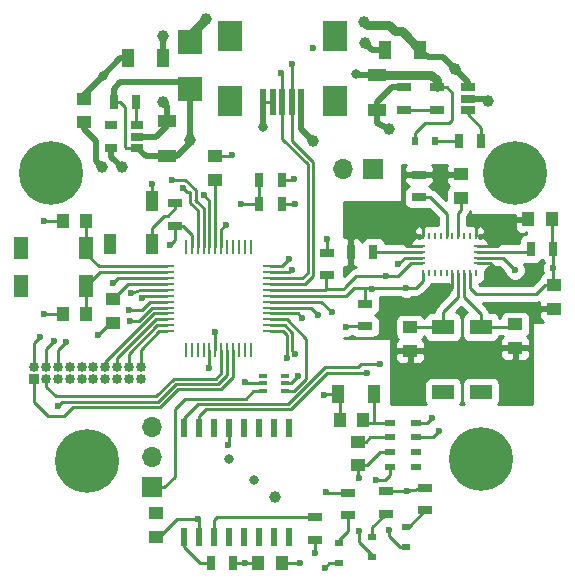
<source format=gtl>
G04 #@! TF.FileFunction,Copper,L1,Top,Signal*
%FSLAX46Y46*%
G04 Gerber Fmt 4.6, Leading zero omitted, Abs format (unit mm)*
G04 Created by KiCad (PCBNEW 4.0.7) date 03/22/19 21:38:20*
%MOMM*%
%LPD*%
G01*
G04 APERTURE LIST*
%ADD10C,0.100000*%
%ADD11R,1.300000X0.700000*%
%ADD12R,1.000000X1.700000*%
%ADD13R,1.000000X1.250000*%
%ADD14R,1.600000X1.000000*%
%ADD15R,1.250000X1.000000*%
%ADD16R,1.000000X1.600000*%
%ADD17R,2.000000X2.000000*%
%ADD18R,0.600000X0.800000*%
%ADD19R,0.800000X0.600000*%
%ADD20R,0.500000X2.300000*%
%ADD21R,2.000000X2.500000*%
%ADD22C,5.400000*%
%ADD23R,1.700000X1.700000*%
%ADD24O,1.700000X1.700000*%
%ADD25R,0.700000X1.300000*%
%ADD26R,1.300000X1.900000*%
%ADD27R,1.060000X0.650000*%
%ADD28R,1.300000X0.250000*%
%ADD29R,0.250000X1.300000*%
%ADD30R,1.220000X0.650000*%
%ADD31R,0.950000X0.550000*%
%ADD32R,0.600000X1.500000*%
%ADD33R,0.250000X0.600000*%
%ADD34R,0.600000X0.250000*%
%ADD35R,1.900000X1.300000*%
%ADD36R,0.850000X0.850000*%
%ADD37O,0.850000X0.850000*%
%ADD38R,0.650000X0.400000*%
%ADD39C,0.800000*%
%ADD40C,0.600000*%
%ADD41C,1.000000*%
%ADD42C,0.250000*%
%ADD43C,0.500000*%
%ADD44C,0.750000*%
%ADD45C,0.254000*%
G04 APERTURE END LIST*
D10*
D11*
X57340000Y-121872000D03*
X57340000Y-119972000D03*
D12*
X34190000Y-99322000D03*
X34190000Y-95722000D03*
X30690000Y-99322000D03*
D13*
X28632000Y-97360000D03*
X26632000Y-97360000D03*
X28632000Y-105234000D03*
X26632000Y-105234000D03*
D14*
X35440000Y-91922000D03*
X35440000Y-88922000D03*
D15*
X30934000Y-103980000D03*
X30934000Y-105980000D03*
D16*
X32140000Y-83622000D03*
X35140000Y-83622000D03*
D15*
X39540000Y-91922000D03*
X39540000Y-93922000D03*
X28440000Y-87022000D03*
X28440000Y-89022000D03*
D14*
X53240000Y-85022000D03*
X53240000Y-88022000D03*
D13*
X52090000Y-114272000D03*
X50090000Y-114272000D03*
D16*
X52990000Y-112072000D03*
X49990000Y-112072000D03*
D15*
X51690000Y-116072000D03*
X51690000Y-118072000D03*
D16*
X56940000Y-82922000D03*
X53940000Y-82922000D03*
D13*
X45202000Y-126332000D03*
X43202000Y-126332000D03*
D15*
X60376000Y-93428000D03*
X60376000Y-95428000D03*
X68250000Y-102826000D03*
X68250000Y-104826000D03*
D13*
X68040000Y-97222000D03*
X66040000Y-97222000D03*
D15*
X56058000Y-106382000D03*
X56058000Y-108382000D03*
X64948000Y-106128000D03*
X64948000Y-108128000D03*
D17*
X37440000Y-86222000D03*
X37440000Y-82222000D03*
D18*
X58190000Y-90622000D03*
X56490000Y-90622000D03*
D19*
X50040000Y-124672000D03*
X50040000Y-126372000D03*
X52840000Y-124172000D03*
X52840000Y-125872000D03*
X55740000Y-123272000D03*
X55740000Y-124972000D03*
D20*
X46840000Y-87322000D03*
X46040000Y-87322000D03*
X45240000Y-87322000D03*
X44440000Y-87322000D03*
X43640000Y-87322000D03*
D21*
X49690000Y-87222000D03*
X49690000Y-81722000D03*
X40790000Y-87222000D03*
X40790000Y-81722000D03*
D22*
X64940000Y-93322000D03*
X62040000Y-117522000D03*
X25640000Y-93322000D03*
X28740000Y-117722000D03*
D23*
X52940000Y-93022000D03*
D24*
X50400000Y-93022000D03*
D25*
X32890000Y-87322000D03*
X30990000Y-87322000D03*
D11*
X36140000Y-95872000D03*
X36140000Y-97772000D03*
D25*
X62090000Y-90622000D03*
X60190000Y-90622000D03*
D11*
X50840000Y-122272000D03*
X50840000Y-120372000D03*
X53990000Y-122166000D03*
X53990000Y-120266000D03*
X49040000Y-100072000D03*
X49040000Y-101972000D03*
X52240000Y-106272000D03*
X52240000Y-104372000D03*
X55550000Y-87968000D03*
X55550000Y-86068000D03*
D25*
X39188000Y-126332000D03*
X41088000Y-126332000D03*
D11*
X48040000Y-122472000D03*
X48040000Y-124372000D03*
D25*
X45188000Y-95906000D03*
X43288000Y-95906000D03*
X43288000Y-93874000D03*
X45188000Y-93874000D03*
X52944000Y-100016000D03*
X51044000Y-100016000D03*
D11*
X56820000Y-93478000D03*
X56820000Y-95378000D03*
D25*
X68184000Y-99762000D03*
X66284000Y-99762000D03*
D26*
X28648000Y-99646000D03*
X23148000Y-99646000D03*
X23148000Y-102846000D03*
X28648000Y-102846000D03*
D27*
X32945000Y-91183000D03*
X32945000Y-90233000D03*
X32945000Y-89283000D03*
X30745000Y-89283000D03*
X30745000Y-91183000D03*
D28*
X35474000Y-101214000D03*
X35474000Y-101714000D03*
X35474000Y-102214000D03*
X35474000Y-102714000D03*
X35474000Y-103214000D03*
X35474000Y-103714000D03*
X35474000Y-104214000D03*
X35474000Y-104714000D03*
X35474000Y-105214000D03*
X35474000Y-105714000D03*
X35474000Y-106214000D03*
X35474000Y-106714000D03*
D29*
X37074000Y-108314000D03*
X37574000Y-108314000D03*
X38074000Y-108314000D03*
X38574000Y-108314000D03*
X39074000Y-108314000D03*
X39574000Y-108314000D03*
X40074000Y-108314000D03*
X40574000Y-108314000D03*
X41074000Y-108314000D03*
X41574000Y-108314000D03*
X42074000Y-108314000D03*
X42574000Y-108314000D03*
D28*
X44174000Y-106714000D03*
X44174000Y-106214000D03*
X44174000Y-105714000D03*
X44174000Y-105214000D03*
X44174000Y-104714000D03*
X44174000Y-104214000D03*
X44174000Y-103714000D03*
X44174000Y-103214000D03*
X44174000Y-102714000D03*
X44174000Y-102214000D03*
X44174000Y-101714000D03*
X44174000Y-101214000D03*
D29*
X42574000Y-99614000D03*
X42074000Y-99614000D03*
X41574000Y-99614000D03*
X41074000Y-99614000D03*
X40574000Y-99614000D03*
X40074000Y-99614000D03*
X39574000Y-99614000D03*
X39074000Y-99614000D03*
X38574000Y-99614000D03*
X38074000Y-99614000D03*
X37574000Y-99614000D03*
X37074000Y-99614000D03*
D30*
X60924000Y-87968000D03*
X60924000Y-87018000D03*
X60924000Y-86068000D03*
X58304000Y-86068000D03*
X58304000Y-87968000D03*
D31*
X54395000Y-118197000D03*
X54395000Y-114447000D03*
X54395000Y-115697000D03*
X54395000Y-116947000D03*
X56545000Y-114447000D03*
X56545000Y-115697000D03*
X56545000Y-116947000D03*
X56545000Y-118197000D03*
D32*
X36895000Y-124172000D03*
X38165000Y-124172000D03*
X39435000Y-124172000D03*
X40705000Y-124172000D03*
X41975000Y-124172000D03*
X43245000Y-124172000D03*
X44515000Y-124172000D03*
X45785000Y-124172000D03*
X45785000Y-114872000D03*
X44515000Y-114872000D03*
X43245000Y-114872000D03*
X41975000Y-114872000D03*
X40705000Y-114872000D03*
X39435000Y-114872000D03*
X38165000Y-114872000D03*
X36895000Y-114872000D03*
D33*
X61646000Y-101794000D03*
X61146000Y-101794000D03*
X60646000Y-101794000D03*
X60146000Y-101794000D03*
X59646000Y-101794000D03*
X59146000Y-101794000D03*
X58646000Y-101794000D03*
X58146000Y-101794000D03*
X57646000Y-101794000D03*
X57146000Y-101794000D03*
X61646000Y-98669000D03*
X61146000Y-98669000D03*
X60646000Y-98669000D03*
X60146000Y-98669000D03*
X59646000Y-98669000D03*
X59146000Y-98669000D03*
X58646000Y-98669000D03*
X58146000Y-98669000D03*
X57646000Y-98669000D03*
X57146000Y-98669000D03*
D34*
X61766000Y-100981500D03*
X61766000Y-100481500D03*
X61766000Y-99981500D03*
X61766000Y-99481500D03*
X57036000Y-100981500D03*
X57036000Y-100481500D03*
X57036000Y-99981500D03*
X57036000Y-99481500D03*
D35*
X58852000Y-106366000D03*
X58852000Y-111866000D03*
X62052000Y-111866000D03*
X62052000Y-106366000D03*
D36*
X24240000Y-110722000D03*
D37*
X24240000Y-109722000D03*
X25240000Y-110722000D03*
X25240000Y-109722000D03*
X26240000Y-110722000D03*
X26240000Y-109722000D03*
X27240000Y-110722000D03*
X27240000Y-109722000D03*
X28240000Y-110722000D03*
X28240000Y-109722000D03*
X29240000Y-110722000D03*
X29240000Y-109722000D03*
X30240000Y-110722000D03*
X30240000Y-109722000D03*
X31240000Y-110722000D03*
X31240000Y-109722000D03*
X32240000Y-110722000D03*
X32240000Y-109722000D03*
X33240000Y-110722000D03*
X33240000Y-109722000D03*
D23*
X34240000Y-119922000D03*
D24*
X34240000Y-117382000D03*
X34240000Y-114842000D03*
D15*
X34540000Y-124122000D03*
X34540000Y-122122000D03*
D38*
X45490000Y-111772000D03*
X45490000Y-110472000D03*
X43590000Y-111122000D03*
X45490000Y-111122000D03*
X43590000Y-110472000D03*
X43590000Y-111772000D03*
D39*
X40740000Y-117522000D03*
X42840000Y-119322000D03*
D40*
X46540000Y-110522000D03*
X29640000Y-107022000D03*
X40640000Y-116322000D03*
X40440000Y-97722000D03*
X46040000Y-101522000D03*
X40940000Y-91822000D03*
X34240000Y-94222000D03*
X48940000Y-120322000D03*
X51740000Y-119122000D03*
X48740000Y-112122000D03*
D39*
X43640000Y-89422000D03*
D40*
X46240000Y-93822000D03*
D41*
X35140000Y-87322000D03*
X29940000Y-92822000D03*
X35140000Y-81722000D03*
D40*
X55768000Y-120266000D03*
D41*
X52240000Y-82322000D03*
X62640000Y-87222000D03*
X54240000Y-89622000D03*
D40*
X39570000Y-106758000D03*
X32440000Y-103522000D03*
X64948000Y-109414000D03*
X56058000Y-109668000D03*
X25092000Y-97360000D03*
X25092000Y-105234000D03*
X59106000Y-103572000D03*
X55042000Y-101032000D03*
X55296000Y-99000000D03*
X57074000Y-97476000D03*
X63932000Y-99000000D03*
X61900000Y-97476000D03*
X63424000Y-102302000D03*
X47840000Y-82722000D03*
D39*
X51440000Y-84922000D03*
D41*
X47840000Y-90622000D03*
X37440000Y-90522000D03*
X44640000Y-120722000D03*
D40*
X42040000Y-111022000D03*
X38140000Y-122622000D03*
X39040000Y-109822000D03*
X48040000Y-125522000D03*
X45840000Y-100622000D03*
X49040000Y-98922000D03*
X68184000Y-101322000D03*
X64940000Y-101522000D03*
X33340000Y-103922000D03*
X38640000Y-95222000D03*
X50640000Y-106322000D03*
D39*
X30040000Y-85122000D03*
D41*
X31640000Y-92822000D03*
D40*
X53140000Y-119322000D03*
X42040000Y-126332000D03*
D41*
X38740000Y-80322000D03*
X52140000Y-80522000D03*
D40*
X46340000Y-95922000D03*
D41*
X59840000Y-84522000D03*
D40*
X46940000Y-105622000D03*
X48840000Y-126722000D03*
X51740000Y-123622000D03*
X48240000Y-105322000D03*
X49440000Y-105122000D03*
X54240000Y-123522000D03*
X46040000Y-84122000D03*
X45140000Y-84822000D03*
X26240000Y-113022000D03*
X45640000Y-109022000D03*
X46340000Y-108622000D03*
X52840000Y-103122000D03*
X52440000Y-110222000D03*
X55740000Y-103022000D03*
X58540000Y-115122000D03*
X53540000Y-109522000D03*
X54040000Y-102022000D03*
X57940000Y-114022000D03*
X26940000Y-107622000D03*
X35740000Y-99422000D03*
X25940000Y-107522000D03*
X36840000Y-94622000D03*
X35940000Y-93922000D03*
X24740000Y-107222000D03*
X41740000Y-95922000D03*
X30940000Y-102622000D03*
X32240000Y-104922000D03*
X32340000Y-105822000D03*
X46742000Y-126332000D03*
D42*
X36140000Y-95872000D02*
X36140000Y-96322000D01*
X34190000Y-97972000D02*
X34190000Y-99322000D01*
X35240000Y-96922000D02*
X34190000Y-97972000D01*
X35540000Y-96922000D02*
X35240000Y-96922000D01*
X36140000Y-96322000D02*
X35540000Y-96922000D01*
X45490000Y-111122000D02*
X45940000Y-111122000D01*
X45940000Y-111122000D02*
X46540000Y-110522000D01*
X30934000Y-105980000D02*
X30682000Y-105980000D01*
X30682000Y-105980000D02*
X29640000Y-107022000D01*
X40705000Y-114872000D02*
X40705000Y-116257000D01*
X40705000Y-116257000D02*
X40640000Y-116322000D01*
X40074000Y-98088000D02*
X40440000Y-97722000D01*
X40074000Y-99614000D02*
X40074000Y-98088000D01*
X45848000Y-101714000D02*
X46040000Y-101522000D01*
X45848000Y-101714000D02*
X44174000Y-101714000D01*
X39540000Y-91922000D02*
X40840000Y-91922000D01*
X40840000Y-91922000D02*
X40940000Y-91822000D01*
X34190000Y-95722000D02*
X34190000Y-94272000D01*
X34190000Y-94272000D02*
X34240000Y-94222000D01*
X50840000Y-120372000D02*
X48990000Y-120372000D01*
X48990000Y-120372000D02*
X48940000Y-120322000D01*
X51690000Y-118072000D02*
X51690000Y-119072000D01*
X51690000Y-119072000D02*
X51740000Y-119122000D01*
X49990000Y-112072000D02*
X48790000Y-112072000D01*
X48790000Y-112072000D02*
X48740000Y-112122000D01*
D43*
X43640000Y-87322000D02*
X43640000Y-89422000D01*
D42*
X43640000Y-87322000D02*
X44440000Y-87322000D01*
X45188000Y-93874000D02*
X46188000Y-93874000D01*
X46188000Y-93874000D02*
X46240000Y-93822000D01*
D43*
X35440000Y-88922000D02*
X35440000Y-87622000D01*
X35440000Y-87622000D02*
X35140000Y-87322000D01*
X28440000Y-89022000D02*
X28440000Y-89622000D01*
X29440000Y-92322000D02*
X29940000Y-92822000D01*
X29440000Y-90622000D02*
X29440000Y-92322000D01*
X28440000Y-89622000D02*
X29440000Y-90622000D01*
X35140000Y-83622000D02*
X35140000Y-81722000D01*
D42*
X53990000Y-120266000D02*
X55768000Y-120266000D01*
X55768000Y-120266000D02*
X57340000Y-119972000D01*
X50090000Y-114272000D02*
X50090000Y-112172000D01*
X50090000Y-112172000D02*
X49990000Y-112072000D01*
X51690000Y-118072000D02*
X52390000Y-118072000D01*
X53515000Y-116947000D02*
X54395000Y-116947000D01*
X52390000Y-118072000D02*
X53515000Y-116947000D01*
D43*
X53240000Y-88022000D02*
X53240000Y-87322000D01*
X54494000Y-86068000D02*
X55550000Y-86068000D01*
X53240000Y-87322000D02*
X54494000Y-86068000D01*
X53940000Y-82922000D02*
X52840000Y-82922000D01*
X52840000Y-82922000D02*
X52240000Y-82322000D01*
X60924000Y-87018000D02*
X62436000Y-87018000D01*
X62436000Y-87018000D02*
X62640000Y-87222000D01*
X53240000Y-89122000D02*
X54240000Y-89622000D01*
X53240000Y-88022000D02*
X53240000Y-89122000D01*
X32945000Y-90233000D02*
X34529000Y-90233000D01*
X34529000Y-90233000D02*
X35440000Y-89322000D01*
X35440000Y-89322000D02*
X35440000Y-88922000D01*
D42*
X39574000Y-108314000D02*
X39574000Y-106762000D01*
X39574000Y-106762000D02*
X39570000Y-106758000D01*
X33474000Y-103214000D02*
X33208000Y-103214000D01*
X33208000Y-103214000D02*
X32440000Y-103522000D01*
X35474000Y-103214000D02*
X33474000Y-103214000D01*
X33474000Y-103214000D02*
X33462000Y-103214000D01*
X64948000Y-108128000D02*
X64948000Y-109414000D01*
X56058000Y-108382000D02*
X56058000Y-109668000D01*
X30934000Y-105980000D02*
X30696000Y-105980000D01*
X26632000Y-97360000D02*
X25092000Y-97360000D01*
X26632000Y-105234000D02*
X25092000Y-105234000D01*
X59646000Y-101794000D02*
X59646000Y-103032000D01*
X59646000Y-103032000D02*
X59106000Y-103572000D01*
X57036000Y-100481500D02*
X55592500Y-100481500D01*
X55592500Y-100481500D02*
X55042000Y-101032000D01*
X57036000Y-99481500D02*
X55777500Y-99481500D01*
X55777500Y-99481500D02*
X55296000Y-99000000D01*
X57146000Y-98669000D02*
X57146000Y-97548000D01*
X57146000Y-97548000D02*
X57074000Y-97476000D01*
X61766000Y-99481500D02*
X63450500Y-99481500D01*
X63450500Y-99481500D02*
X63932000Y-99000000D01*
X61646000Y-98669000D02*
X61646000Y-97730000D01*
X61646000Y-97730000D02*
X61900000Y-97476000D01*
X61766000Y-100981500D02*
X62865500Y-100981500D01*
X63424000Y-101540000D02*
X63424000Y-102302000D01*
X62865500Y-100981500D02*
X63424000Y-101540000D01*
D43*
X53264000Y-88022000D02*
X53240000Y-88022000D01*
D42*
X35474000Y-101214000D02*
X29708000Y-101214000D01*
X29708000Y-101214000D02*
X28648000Y-100154000D01*
X28648000Y-100154000D02*
X28648000Y-99646000D01*
X28632000Y-97360000D02*
X28632000Y-99630000D01*
X28632000Y-99630000D02*
X28648000Y-99646000D01*
X35474000Y-101714000D02*
X29780000Y-101714000D01*
X29780000Y-101714000D02*
X28648000Y-102846000D01*
X28632000Y-105234000D02*
X28632000Y-102862000D01*
X28632000Y-102862000D02*
X28648000Y-102846000D01*
D43*
X53240000Y-85022000D02*
X51540000Y-85022000D01*
X51540000Y-85022000D02*
X51440000Y-84922000D01*
D42*
X56490000Y-90622000D02*
X56490000Y-89972000D01*
X59186000Y-86068000D02*
X58304000Y-86068000D01*
X59640000Y-86522000D02*
X59186000Y-86068000D01*
X59640000Y-88822000D02*
X59640000Y-86522000D01*
X59340000Y-89122000D02*
X59640000Y-88822000D01*
X57340000Y-89122000D02*
X59340000Y-89122000D01*
X56490000Y-89972000D02*
X57340000Y-89122000D01*
D43*
X46840000Y-87322000D02*
X46840000Y-89622000D01*
X46840000Y-89622000D02*
X47840000Y-90622000D01*
X30990000Y-87322000D02*
X30990000Y-86172000D01*
X31540000Y-85622000D02*
X36840000Y-85622000D01*
X30990000Y-86172000D02*
X31540000Y-85622000D01*
X36840000Y-85622000D02*
X37440000Y-86222000D01*
X35440000Y-91922000D02*
X36340000Y-91922000D01*
X37440000Y-90822000D02*
X37440000Y-90522000D01*
X37440000Y-90522000D02*
X37440000Y-86222000D01*
X36340000Y-91922000D02*
X37440000Y-90822000D01*
X35440000Y-91922000D02*
X33684000Y-91922000D01*
X33684000Y-91922000D02*
X32945000Y-91183000D01*
D42*
X32945000Y-91183000D02*
X32001000Y-91183000D01*
X31540000Y-87322000D02*
X30990000Y-87322000D01*
X31940000Y-87722000D02*
X31540000Y-87322000D01*
X31940000Y-91122000D02*
X31940000Y-87722000D01*
X32001000Y-91183000D02*
X31940000Y-91122000D01*
D44*
X53240000Y-85022000D02*
X57860000Y-85010000D01*
X58304000Y-85454000D02*
X58304000Y-86068000D01*
X57860000Y-85010000D02*
X58304000Y-85454000D01*
D42*
X32712000Y-102714000D02*
X32200000Y-102714000D01*
X32200000Y-102714000D02*
X30934000Y-103980000D01*
X32692000Y-102714000D02*
X32712000Y-102714000D01*
X32712000Y-102714000D02*
X35474000Y-102714000D01*
X43590000Y-111122000D02*
X42140000Y-111122000D01*
X42140000Y-111122000D02*
X42040000Y-111022000D01*
X38165000Y-124172000D02*
X38165000Y-122647000D01*
X36340000Y-122622000D02*
X38140000Y-122622000D01*
X36340000Y-122622000D02*
X34840000Y-124122000D01*
X38165000Y-122647000D02*
X38140000Y-122622000D01*
X34540000Y-124122000D02*
X34840000Y-124122000D01*
X39074000Y-109788000D02*
X39040000Y-109822000D01*
X39074000Y-109788000D02*
X39074000Y-108314000D01*
X48040000Y-124372000D02*
X48040000Y-125522000D01*
X45248000Y-101214000D02*
X45840000Y-100622000D01*
X44174000Y-101214000D02*
X45248000Y-101214000D01*
X49040000Y-98922000D02*
X49040000Y-100072000D01*
X61766000Y-100481500D02*
X63899500Y-100481500D01*
X63899500Y-100481500D02*
X64940000Y-101522000D01*
X35474000Y-103714000D02*
X33548000Y-103714000D01*
X33548000Y-103714000D02*
X33340000Y-103922000D01*
X38640000Y-95222000D02*
X39074000Y-95656000D01*
X39074000Y-96332000D02*
X39074000Y-99614000D01*
X39074000Y-96332000D02*
X39074000Y-95656000D01*
X52240000Y-106272000D02*
X50690000Y-106272000D01*
X50690000Y-106272000D02*
X50640000Y-106322000D01*
D43*
X30745000Y-91183000D02*
X30745000Y-91927000D01*
X30745000Y-91927000D02*
X31640000Y-92822000D01*
X28440000Y-87022000D02*
X28440000Y-86722000D01*
X28440000Y-86722000D02*
X30040000Y-85122000D01*
X30040000Y-85122000D02*
X31540000Y-83622000D01*
X31540000Y-83622000D02*
X32140000Y-83622000D01*
D42*
X54395000Y-118197000D02*
X54395000Y-118867000D01*
X53940000Y-119322000D02*
X53140000Y-119322000D01*
X54395000Y-118867000D02*
X53940000Y-119322000D01*
X52990000Y-112072000D02*
X52990000Y-114447000D01*
X54395000Y-114447000D02*
X53090000Y-114447000D01*
X53090000Y-114447000D02*
X52265000Y-114447000D01*
X52265000Y-114447000D02*
X52090000Y-114272000D01*
X68040000Y-97222000D02*
X68040000Y-99618000D01*
X68040000Y-99618000D02*
X68184000Y-99762000D01*
X68184000Y-99762000D02*
X68184000Y-101322000D01*
X68184000Y-101322000D02*
X68184000Y-102760000D01*
X68184000Y-102760000D02*
X68250000Y-102826000D01*
X61146000Y-101794000D02*
X61146000Y-103072000D01*
X67472000Y-102826000D02*
X68250000Y-102826000D01*
X66726000Y-103572000D02*
X67472000Y-102826000D01*
X61646000Y-103572000D02*
X66726000Y-103572000D01*
X61146000Y-103072000D02*
X61646000Y-103572000D01*
X42040000Y-126332000D02*
X41088000Y-126332000D01*
X39574000Y-99614000D02*
X39574000Y-93956000D01*
X39574000Y-93956000D02*
X39540000Y-93922000D01*
X51690000Y-116072000D02*
X52290000Y-116072000D01*
X52290000Y-116072000D02*
X52665000Y-115697000D01*
X52665000Y-115697000D02*
X54395000Y-115697000D01*
D44*
X37440000Y-82222000D02*
X37440000Y-81622000D01*
X37440000Y-81622000D02*
X38740000Y-80322000D01*
X52140000Y-80522000D02*
X52440000Y-80822000D01*
X52440000Y-80822000D02*
X54240000Y-80822000D01*
X54240000Y-80822000D02*
X54740000Y-81322000D01*
X54740000Y-81322000D02*
X55340000Y-81322000D01*
X55340000Y-81322000D02*
X56940000Y-82922000D01*
D42*
X45188000Y-95906000D02*
X46324000Y-95906000D01*
X46324000Y-95906000D02*
X46340000Y-95922000D01*
D43*
X60924000Y-86068000D02*
X60924000Y-85606000D01*
X57540000Y-83522000D02*
X56940000Y-82922000D01*
X58840000Y-83522000D02*
X57540000Y-83522000D01*
X60924000Y-85606000D02*
X59840000Y-84522000D01*
X59840000Y-84522000D02*
X58840000Y-83522000D01*
D42*
X60146000Y-98669000D02*
X60146000Y-96690000D01*
X60376000Y-96460000D02*
X60376000Y-95428000D01*
X60146000Y-96690000D02*
X60376000Y-96460000D01*
X56058000Y-106382000D02*
X58836000Y-106382000D01*
X58836000Y-106382000D02*
X58852000Y-106366000D01*
X60146000Y-101794000D02*
X60146000Y-103802000D01*
X58852000Y-105096000D02*
X58852000Y-106366000D01*
X60146000Y-103802000D02*
X58852000Y-105096000D01*
X62052000Y-106366000D02*
X64710000Y-106366000D01*
X64710000Y-106366000D02*
X64948000Y-106128000D01*
X60646000Y-101794000D02*
X60646000Y-103842000D01*
X62052000Y-105248000D02*
X62052000Y-106366000D01*
X60646000Y-103842000D02*
X62052000Y-105248000D01*
X60190000Y-90622000D02*
X58190000Y-90622000D01*
X50040000Y-124672000D02*
X50040000Y-124422000D01*
X50040000Y-124422000D02*
X50840000Y-123622000D01*
X50840000Y-123622000D02*
X50840000Y-122272000D01*
X50040000Y-126372000D02*
X49190000Y-126372000D01*
X46532000Y-105214000D02*
X44174000Y-105214000D01*
X46940000Y-105622000D02*
X46532000Y-105214000D01*
X49190000Y-126372000D02*
X48840000Y-126722000D01*
X52840000Y-124172000D02*
X52840000Y-123316000D01*
X52840000Y-123316000D02*
X53990000Y-122166000D01*
X53736000Y-122420000D02*
X53990000Y-122166000D01*
X52840000Y-125872000D02*
X52840000Y-125622000D01*
X52840000Y-125622000D02*
X51740000Y-124522000D01*
X51740000Y-124522000D02*
X51740000Y-123622000D01*
X48240000Y-105322000D02*
X47632000Y-104714000D01*
X47632000Y-104714000D02*
X44174000Y-104714000D01*
X55740000Y-123272000D02*
X55940000Y-123272000D01*
X55940000Y-123272000D02*
X57340000Y-121872000D01*
X55740000Y-124972000D02*
X55190000Y-124972000D01*
X48532000Y-104214000D02*
X44174000Y-104214000D01*
X49440000Y-105122000D02*
X48532000Y-104214000D01*
X54240000Y-124022000D02*
X54240000Y-123522000D01*
X55190000Y-124972000D02*
X54240000Y-124022000D01*
X46040000Y-84122000D02*
X46040000Y-87322000D01*
X47840000Y-97922000D02*
X47840000Y-92385602D01*
X47148000Y-102714000D02*
X47840000Y-102022000D01*
X47840000Y-102022000D02*
X47840000Y-97922000D01*
X44174000Y-102714000D02*
X47148000Y-102714000D01*
X46040000Y-90585602D02*
X46040000Y-87322000D01*
X47840000Y-92385602D02*
X46040000Y-90585602D01*
X45240000Y-87322000D02*
X45240000Y-84922000D01*
X45240000Y-84922000D02*
X45140000Y-84822000D01*
X47389998Y-98122000D02*
X47389998Y-92571998D01*
X46948000Y-102214000D02*
X47389998Y-101772002D01*
X47389998Y-101772002D02*
X47389998Y-98122000D01*
X44174000Y-102214000D02*
X46948000Y-102214000D01*
X45240000Y-90422000D02*
X45240000Y-87322000D01*
X47389998Y-92571998D02*
X45240000Y-90422000D01*
X35474000Y-105714000D02*
X34520796Y-105714000D01*
X31240000Y-108994796D02*
X31240000Y-109722000D01*
X34520796Y-105714000D02*
X31240000Y-108994796D01*
X32240000Y-109722000D02*
X32240000Y-108631194D01*
X34657194Y-106214000D02*
X35474000Y-106214000D01*
X32240000Y-108631194D02*
X34657194Y-106214000D01*
X35474000Y-106714000D02*
X34793592Y-106714000D01*
X33240000Y-108267592D02*
X33240000Y-109722000D01*
X34793592Y-106714000D02*
X33240000Y-108267592D01*
X40074000Y-108314000D02*
X40074000Y-110288000D01*
X25240000Y-111422000D02*
X25240000Y-110722000D01*
X26040000Y-112222000D02*
X25240000Y-111422000D01*
X34540000Y-112222000D02*
X26040000Y-112222000D01*
X36040000Y-110722000D02*
X34540000Y-112222000D01*
X39640000Y-110722000D02*
X36040000Y-110722000D01*
X40074000Y-110288000D02*
X39640000Y-110722000D01*
X40574000Y-108314000D02*
X40574000Y-110424398D01*
X26589998Y-112672002D02*
X26240000Y-113022000D01*
X34726396Y-112672002D02*
X26589998Y-112672002D01*
X36226396Y-111172002D02*
X34726396Y-112672002D01*
X39826396Y-111172002D02*
X36226396Y-111172002D01*
X40574000Y-110424398D02*
X39826396Y-111172002D01*
X41074000Y-108314000D02*
X41074000Y-110560796D01*
X24240000Y-112722000D02*
X24240000Y-110722000D01*
X25440000Y-113922000D02*
X24240000Y-112722000D01*
X26740000Y-113922000D02*
X25440000Y-113922000D01*
X27539996Y-113122004D02*
X26740000Y-113922000D01*
X34912792Y-113122004D02*
X27539996Y-113122004D01*
X36412792Y-111622004D02*
X34912792Y-113122004D01*
X40012792Y-111622004D02*
X36412792Y-111622004D01*
X41074000Y-110560796D02*
X40012792Y-111622004D01*
X44174000Y-106714000D02*
X45332000Y-106714000D01*
X45640000Y-107022000D02*
X45640000Y-109022000D01*
X45332000Y-106714000D02*
X45640000Y-107022000D01*
X44174000Y-106214000D02*
X45468398Y-106214000D01*
X46090002Y-108372002D02*
X46340000Y-108622000D01*
X46090002Y-106835604D02*
X46090002Y-108372002D01*
X45468398Y-106214000D02*
X46090002Y-106835604D01*
X38165000Y-114872000D02*
X38165000Y-113897000D01*
X49040000Y-110222000D02*
X52440000Y-110222000D01*
X45940000Y-113322000D02*
X49040000Y-110222000D01*
X38740000Y-113322000D02*
X45940000Y-113322000D01*
X38165000Y-113897000D02*
X38740000Y-113322000D01*
X52840000Y-103122000D02*
X52840000Y-103064000D01*
X52840000Y-103064000D02*
X52840000Y-103122000D01*
X52840000Y-103122000D02*
X52840000Y-103064000D01*
X56545000Y-115697000D02*
X57965000Y-115697000D01*
X55740000Y-103022000D02*
X55740000Y-103064000D01*
X57965000Y-115697000D02*
X58540000Y-115122000D01*
X50074000Y-103714000D02*
X50648000Y-103714000D01*
X44174000Y-103714000D02*
X50074000Y-103714000D01*
X51298000Y-103064000D02*
X52248000Y-103064000D01*
X50648000Y-103714000D02*
X51298000Y-103064000D01*
X52240000Y-104372000D02*
X52248000Y-103064000D01*
X55296000Y-103064000D02*
X52840000Y-103064000D01*
X52840000Y-103064000D02*
X52248000Y-103064000D01*
X57146000Y-102484000D02*
X56566000Y-103064000D01*
X57146000Y-101794000D02*
X57146000Y-102484000D01*
X56566000Y-103064000D02*
X55740000Y-103064000D01*
X55740000Y-103064000D02*
X55296000Y-103064000D01*
X36895000Y-114872000D02*
X36895000Y-114067000D01*
X51940000Y-109522000D02*
X53540000Y-109522000D01*
X51690002Y-109771998D02*
X51940000Y-109522000D01*
X48853604Y-109771998D02*
X51690002Y-109771998D01*
X45753604Y-112871998D02*
X48853604Y-109771998D01*
X38090002Y-112871998D02*
X45753604Y-112871998D01*
X36895000Y-114067000D02*
X38090002Y-112871998D01*
X56545000Y-114447000D02*
X57515000Y-114447000D01*
X57515000Y-114447000D02*
X57940000Y-114022000D01*
X54040000Y-102022000D02*
X54040000Y-102048000D01*
X54040000Y-102048000D02*
X54040000Y-102022000D01*
X54040000Y-102022000D02*
X54040000Y-102048000D01*
X50590000Y-102972000D02*
X50440000Y-103122000D01*
X50440000Y-103122000D02*
X48940000Y-103122000D01*
X48940000Y-103122000D02*
X49040000Y-103122000D01*
X49040000Y-103122000D02*
X48940000Y-103122000D01*
X56108500Y-100981500D02*
X55042000Y-102048000D01*
X55042000Y-102048000D02*
X54040000Y-102048000D01*
X54040000Y-102048000D02*
X53518000Y-102048000D01*
X57036000Y-100981500D02*
X56108500Y-100981500D01*
X52502000Y-102048000D02*
X53518000Y-102048000D01*
X51514000Y-102048000D02*
X52502000Y-102048000D01*
X50566000Y-102996000D02*
X50590000Y-102972000D01*
X50590000Y-102972000D02*
X51514000Y-102048000D01*
X48940000Y-103214000D02*
X48940000Y-103122000D01*
X48940000Y-103214000D02*
X44174000Y-103214000D01*
X48940000Y-103122000D02*
X48940000Y-102072000D01*
X48940000Y-102072000D02*
X49040000Y-101972000D01*
X36140000Y-97772000D02*
X36140000Y-99022000D01*
X26240000Y-108322000D02*
X26240000Y-109722000D01*
X26940000Y-107622000D02*
X26240000Y-108322000D01*
X36140000Y-99022000D02*
X35740000Y-99422000D01*
X37574000Y-99614000D02*
X37574000Y-98556000D01*
X37574000Y-98556000D02*
X36790000Y-97772000D01*
X36790000Y-97772000D02*
X36140000Y-97772000D01*
X37440000Y-94922000D02*
X37140000Y-94922000D01*
X38074000Y-96456000D02*
X37440000Y-95822000D01*
X38074000Y-99614000D02*
X38074000Y-96456000D01*
X37440000Y-95822000D02*
X37440000Y-94922000D01*
X25240000Y-108222000D02*
X25240000Y-109722000D01*
X25940000Y-107522000D02*
X25240000Y-108222000D01*
X37140000Y-94922000D02*
X36840000Y-94622000D01*
X24240000Y-109722000D02*
X24240000Y-107722000D01*
X37908199Y-94753801D02*
X37026396Y-93871998D01*
X37908199Y-94753801D02*
X37908199Y-95653801D01*
X35990002Y-93871998D02*
X37026396Y-93871998D01*
X35940000Y-93922000D02*
X35990002Y-93871998D01*
X24240000Y-107722000D02*
X24740000Y-107222000D01*
X38574000Y-99614000D02*
X38574000Y-96319602D01*
X38574000Y-96319602D02*
X37908199Y-95653801D01*
X37908199Y-95653801D02*
X37890002Y-95635604D01*
X32890000Y-87322000D02*
X32890000Y-89228000D01*
X32890000Y-89228000D02*
X32945000Y-89283000D01*
X62090000Y-90622000D02*
X62088000Y-89492000D01*
X60924000Y-88328000D02*
X60924000Y-87968000D01*
X62088000Y-89492000D02*
X60924000Y-88328000D01*
X58304000Y-87968000D02*
X55550000Y-87968000D01*
X36895000Y-124977000D02*
X36895000Y-124172000D01*
X38250000Y-126332000D02*
X36895000Y-124977000D01*
X39188000Y-126332000D02*
X38250000Y-126332000D01*
X48040000Y-122472000D02*
X39690000Y-122472000D01*
X39690000Y-122472000D02*
X39435000Y-122727000D01*
X39435000Y-122727000D02*
X39435000Y-124172000D01*
X43288000Y-95906000D02*
X43288000Y-93874000D01*
X35474000Y-102214000D02*
X31348000Y-102214000D01*
X41756000Y-95906000D02*
X43288000Y-95906000D01*
X41740000Y-95922000D02*
X41756000Y-95906000D01*
X31348000Y-102214000D02*
X30940000Y-102622000D01*
X57036000Y-99981500D02*
X52978500Y-99981500D01*
X52978500Y-99981500D02*
X52944000Y-100016000D01*
X59146000Y-98669000D02*
X59146000Y-96754000D01*
X57770000Y-95378000D02*
X56820000Y-95378000D01*
X59146000Y-96754000D02*
X57770000Y-95378000D01*
X61766000Y-99981500D02*
X66064500Y-99981500D01*
X66064500Y-99981500D02*
X66284000Y-99762000D01*
X35474000Y-104214000D02*
X34048000Y-104214000D01*
X33340000Y-104922000D02*
X32240000Y-104922000D01*
X34048000Y-104214000D02*
X33340000Y-104922000D01*
X35474000Y-104714000D02*
X34248000Y-104714000D01*
X33140000Y-105822000D02*
X32340000Y-105822000D01*
X34248000Y-104714000D02*
X33140000Y-105822000D01*
X35474000Y-105214000D02*
X34384398Y-105214000D01*
X34384398Y-105214000D02*
X30240000Y-109358398D01*
X30240000Y-109358398D02*
X30240000Y-109722000D01*
X44174000Y-105714000D02*
X45604796Y-105714000D01*
X46217204Y-111772000D02*
X45490000Y-111772000D01*
X47240000Y-110749204D02*
X46217204Y-111772000D01*
X47240000Y-107349204D02*
X47240000Y-110749204D01*
X45604796Y-105714000D02*
X47240000Y-107349204D01*
X43202000Y-126332000D02*
X42040000Y-126332000D01*
X45202000Y-126332000D02*
X46742000Y-126332000D01*
X43590000Y-111772000D02*
X42789996Y-111772000D01*
X35240000Y-119922000D02*
X34240000Y-119922000D01*
X36140000Y-119022000D02*
X35240000Y-119922000D01*
X36140000Y-113322000D02*
X36140000Y-119022000D01*
X37040004Y-112421996D02*
X36140000Y-113322000D01*
X42140000Y-112421996D02*
X37040004Y-112421996D01*
X42789996Y-111772000D02*
X42140000Y-112421996D01*
X34540000Y-119602000D02*
X34340000Y-119402000D01*
D45*
G36*
X59021000Y-102741440D02*
X59271000Y-102741440D01*
X59376705Y-102721550D01*
X59386000Y-102725400D01*
X59386000Y-103487198D01*
X58314599Y-104558599D01*
X58149852Y-104805161D01*
X58097458Y-105068560D01*
X57902000Y-105068560D01*
X57666683Y-105112838D01*
X57450559Y-105251910D01*
X57305569Y-105464110D01*
X57273595Y-105622000D01*
X57270279Y-105622000D01*
X57147090Y-105430559D01*
X56934890Y-105285569D01*
X56683000Y-105234560D01*
X55433000Y-105234560D01*
X55197683Y-105278838D01*
X54981559Y-105417910D01*
X54836569Y-105630110D01*
X54785560Y-105882000D01*
X54785560Y-106882000D01*
X54829838Y-107117317D01*
X54968910Y-107333441D01*
X55037006Y-107379969D01*
X54894673Y-107522302D01*
X54798000Y-107755691D01*
X54798000Y-108096250D01*
X54956750Y-108255000D01*
X55931000Y-108255000D01*
X55931000Y-108235000D01*
X56185000Y-108235000D01*
X56185000Y-108255000D01*
X57159250Y-108255000D01*
X57318000Y-108096250D01*
X57318000Y-107755691D01*
X57221327Y-107522302D01*
X57080090Y-107381064D01*
X57134441Y-107346090D01*
X57273890Y-107142000D01*
X57278269Y-107142000D01*
X57298838Y-107251317D01*
X57437910Y-107467441D01*
X57650110Y-107612431D01*
X57902000Y-107663440D01*
X59802000Y-107663440D01*
X60037317Y-107619162D01*
X60253441Y-107480090D01*
X60398431Y-107267890D01*
X60449440Y-107016000D01*
X60449440Y-105716000D01*
X60405162Y-105480683D01*
X60266090Y-105264559D01*
X60053890Y-105119569D01*
X59928604Y-105094198D01*
X60376000Y-104646802D01*
X60851686Y-105122488D01*
X60650559Y-105251910D01*
X60505569Y-105464110D01*
X60454560Y-105716000D01*
X60454560Y-107016000D01*
X60498838Y-107251317D01*
X60637910Y-107467441D01*
X60850110Y-107612431D01*
X61102000Y-107663440D01*
X63002000Y-107663440D01*
X63237317Y-107619162D01*
X63453441Y-107480090D01*
X63598431Y-107267890D01*
X63627164Y-107126000D01*
X63926974Y-107126000D01*
X63784673Y-107268302D01*
X63688000Y-107501691D01*
X63688000Y-107842250D01*
X63846750Y-108001000D01*
X64821000Y-108001000D01*
X64821000Y-107981000D01*
X65075000Y-107981000D01*
X65075000Y-108001000D01*
X66049250Y-108001000D01*
X66208000Y-107842250D01*
X66208000Y-107501691D01*
X66111327Y-107268302D01*
X65970090Y-107127064D01*
X66024441Y-107092090D01*
X66169431Y-106879890D01*
X66220440Y-106628000D01*
X66220440Y-105628000D01*
X66176162Y-105392683D01*
X66037090Y-105176559D01*
X65824890Y-105031569D01*
X65573000Y-104980560D01*
X64323000Y-104980560D01*
X64087683Y-105024838D01*
X63871559Y-105163910D01*
X63726569Y-105376110D01*
X63680015Y-105606000D01*
X63628742Y-105606000D01*
X63605162Y-105480683D01*
X63466090Y-105264559D01*
X63253890Y-105119569D01*
X63002000Y-105068560D01*
X62776307Y-105068560D01*
X62767610Y-105024838D01*
X62754148Y-104957160D01*
X62589401Y-104710599D01*
X62210802Y-104332000D01*
X66726000Y-104332000D01*
X66990000Y-104279487D01*
X66990000Y-104540250D01*
X67148750Y-104699000D01*
X68123000Y-104699000D01*
X68123000Y-104679000D01*
X68377000Y-104679000D01*
X68377000Y-104699000D01*
X68397000Y-104699000D01*
X68397000Y-104953000D01*
X68377000Y-104953000D01*
X68377000Y-104973000D01*
X68123000Y-104973000D01*
X68123000Y-104953000D01*
X67148750Y-104953000D01*
X66990000Y-105111750D01*
X66990000Y-105452309D01*
X67086673Y-105685698D01*
X67265301Y-105864327D01*
X67339352Y-105895000D01*
X66540000Y-105895000D01*
X66490590Y-105905006D01*
X66448965Y-105933447D01*
X66421685Y-105975841D01*
X66413000Y-106022000D01*
X66413000Y-112895000D01*
X63511580Y-112895000D01*
X63598431Y-112767890D01*
X63649440Y-112516000D01*
X63649440Y-111216000D01*
X63605162Y-110980683D01*
X63466090Y-110764559D01*
X63253890Y-110619569D01*
X63002000Y-110568560D01*
X61102000Y-110568560D01*
X60866683Y-110612838D01*
X60650559Y-110751910D01*
X60505569Y-110964110D01*
X60454560Y-111216000D01*
X60454560Y-112516000D01*
X60498838Y-112751317D01*
X60591295Y-112895000D01*
X60311580Y-112895000D01*
X60398431Y-112767890D01*
X60449440Y-112516000D01*
X60449440Y-111216000D01*
X60405162Y-110980683D01*
X60266090Y-110764559D01*
X60053890Y-110619569D01*
X59802000Y-110568560D01*
X57902000Y-110568560D01*
X57666683Y-110612838D01*
X57450559Y-110751910D01*
X57305569Y-110964110D01*
X57254560Y-111216000D01*
X57254560Y-112516000D01*
X57298838Y-112751317D01*
X57391295Y-112895000D01*
X54467000Y-112895000D01*
X54467000Y-109727675D01*
X54474838Y-109708799D01*
X54475162Y-109336833D01*
X54467000Y-109317079D01*
X54467000Y-108667750D01*
X54798000Y-108667750D01*
X54798000Y-109008309D01*
X54894673Y-109241698D01*
X55073301Y-109420327D01*
X55306690Y-109517000D01*
X55772250Y-109517000D01*
X55931000Y-109358250D01*
X55931000Y-108509000D01*
X56185000Y-108509000D01*
X56185000Y-109358250D01*
X56343750Y-109517000D01*
X56809310Y-109517000D01*
X57042699Y-109420327D01*
X57221327Y-109241698D01*
X57318000Y-109008309D01*
X57318000Y-108667750D01*
X57159250Y-108509000D01*
X56185000Y-108509000D01*
X55931000Y-108509000D01*
X54956750Y-108509000D01*
X54798000Y-108667750D01*
X54467000Y-108667750D01*
X54467000Y-108413750D01*
X63688000Y-108413750D01*
X63688000Y-108754309D01*
X63784673Y-108987698D01*
X63963301Y-109166327D01*
X64196690Y-109263000D01*
X64662250Y-109263000D01*
X64821000Y-109104250D01*
X64821000Y-108255000D01*
X65075000Y-108255000D01*
X65075000Y-109104250D01*
X65233750Y-109263000D01*
X65699310Y-109263000D01*
X65932699Y-109166327D01*
X66111327Y-108987698D01*
X66208000Y-108754309D01*
X66208000Y-108413750D01*
X66049250Y-108255000D01*
X65075000Y-108255000D01*
X64821000Y-108255000D01*
X63846750Y-108255000D01*
X63688000Y-108413750D01*
X54467000Y-108413750D01*
X54467000Y-107422000D01*
X54456994Y-107372590D01*
X54428553Y-107330965D01*
X54386159Y-107303685D01*
X54340000Y-107295000D01*
X50467000Y-107295000D01*
X50467000Y-107256850D01*
X50825167Y-107257162D01*
X51168943Y-107115117D01*
X51176242Y-107107831D01*
X51338110Y-107218431D01*
X51590000Y-107269440D01*
X52890000Y-107269440D01*
X53125317Y-107225162D01*
X53341441Y-107086090D01*
X53486431Y-106873890D01*
X53537440Y-106622000D01*
X53537440Y-105922000D01*
X53493162Y-105686683D01*
X53354090Y-105470559D01*
X53141890Y-105325569D01*
X53128803Y-105322919D01*
X53341441Y-105186090D01*
X53486431Y-104973890D01*
X53537440Y-104722000D01*
X53537440Y-104022000D01*
X53500184Y-103824000D01*
X55233293Y-103824000D01*
X55553201Y-103956838D01*
X55925167Y-103957162D01*
X56247444Y-103824000D01*
X56566000Y-103824000D01*
X56856839Y-103766148D01*
X57103401Y-103601401D01*
X57683401Y-103021401D01*
X57848148Y-102774839D01*
X57858050Y-102725060D01*
X57900589Y-102717056D01*
X58021000Y-102741440D01*
X58271000Y-102741440D01*
X58400589Y-102717056D01*
X58521000Y-102741440D01*
X58771000Y-102741440D01*
X58900589Y-102717056D01*
X59021000Y-102741440D01*
X59021000Y-102741440D01*
G37*
X59021000Y-102741440D02*
X59271000Y-102741440D01*
X59376705Y-102721550D01*
X59386000Y-102725400D01*
X59386000Y-103487198D01*
X58314599Y-104558599D01*
X58149852Y-104805161D01*
X58097458Y-105068560D01*
X57902000Y-105068560D01*
X57666683Y-105112838D01*
X57450559Y-105251910D01*
X57305569Y-105464110D01*
X57273595Y-105622000D01*
X57270279Y-105622000D01*
X57147090Y-105430559D01*
X56934890Y-105285569D01*
X56683000Y-105234560D01*
X55433000Y-105234560D01*
X55197683Y-105278838D01*
X54981559Y-105417910D01*
X54836569Y-105630110D01*
X54785560Y-105882000D01*
X54785560Y-106882000D01*
X54829838Y-107117317D01*
X54968910Y-107333441D01*
X55037006Y-107379969D01*
X54894673Y-107522302D01*
X54798000Y-107755691D01*
X54798000Y-108096250D01*
X54956750Y-108255000D01*
X55931000Y-108255000D01*
X55931000Y-108235000D01*
X56185000Y-108235000D01*
X56185000Y-108255000D01*
X57159250Y-108255000D01*
X57318000Y-108096250D01*
X57318000Y-107755691D01*
X57221327Y-107522302D01*
X57080090Y-107381064D01*
X57134441Y-107346090D01*
X57273890Y-107142000D01*
X57278269Y-107142000D01*
X57298838Y-107251317D01*
X57437910Y-107467441D01*
X57650110Y-107612431D01*
X57902000Y-107663440D01*
X59802000Y-107663440D01*
X60037317Y-107619162D01*
X60253441Y-107480090D01*
X60398431Y-107267890D01*
X60449440Y-107016000D01*
X60449440Y-105716000D01*
X60405162Y-105480683D01*
X60266090Y-105264559D01*
X60053890Y-105119569D01*
X59928604Y-105094198D01*
X60376000Y-104646802D01*
X60851686Y-105122488D01*
X60650559Y-105251910D01*
X60505569Y-105464110D01*
X60454560Y-105716000D01*
X60454560Y-107016000D01*
X60498838Y-107251317D01*
X60637910Y-107467441D01*
X60850110Y-107612431D01*
X61102000Y-107663440D01*
X63002000Y-107663440D01*
X63237317Y-107619162D01*
X63453441Y-107480090D01*
X63598431Y-107267890D01*
X63627164Y-107126000D01*
X63926974Y-107126000D01*
X63784673Y-107268302D01*
X63688000Y-107501691D01*
X63688000Y-107842250D01*
X63846750Y-108001000D01*
X64821000Y-108001000D01*
X64821000Y-107981000D01*
X65075000Y-107981000D01*
X65075000Y-108001000D01*
X66049250Y-108001000D01*
X66208000Y-107842250D01*
X66208000Y-107501691D01*
X66111327Y-107268302D01*
X65970090Y-107127064D01*
X66024441Y-107092090D01*
X66169431Y-106879890D01*
X66220440Y-106628000D01*
X66220440Y-105628000D01*
X66176162Y-105392683D01*
X66037090Y-105176559D01*
X65824890Y-105031569D01*
X65573000Y-104980560D01*
X64323000Y-104980560D01*
X64087683Y-105024838D01*
X63871559Y-105163910D01*
X63726569Y-105376110D01*
X63680015Y-105606000D01*
X63628742Y-105606000D01*
X63605162Y-105480683D01*
X63466090Y-105264559D01*
X63253890Y-105119569D01*
X63002000Y-105068560D01*
X62776307Y-105068560D01*
X62767610Y-105024838D01*
X62754148Y-104957160D01*
X62589401Y-104710599D01*
X62210802Y-104332000D01*
X66726000Y-104332000D01*
X66990000Y-104279487D01*
X66990000Y-104540250D01*
X67148750Y-104699000D01*
X68123000Y-104699000D01*
X68123000Y-104679000D01*
X68377000Y-104679000D01*
X68377000Y-104699000D01*
X68397000Y-104699000D01*
X68397000Y-104953000D01*
X68377000Y-104953000D01*
X68377000Y-104973000D01*
X68123000Y-104973000D01*
X68123000Y-104953000D01*
X67148750Y-104953000D01*
X66990000Y-105111750D01*
X66990000Y-105452309D01*
X67086673Y-105685698D01*
X67265301Y-105864327D01*
X67339352Y-105895000D01*
X66540000Y-105895000D01*
X66490590Y-105905006D01*
X66448965Y-105933447D01*
X66421685Y-105975841D01*
X66413000Y-106022000D01*
X66413000Y-112895000D01*
X63511580Y-112895000D01*
X63598431Y-112767890D01*
X63649440Y-112516000D01*
X63649440Y-111216000D01*
X63605162Y-110980683D01*
X63466090Y-110764559D01*
X63253890Y-110619569D01*
X63002000Y-110568560D01*
X61102000Y-110568560D01*
X60866683Y-110612838D01*
X60650559Y-110751910D01*
X60505569Y-110964110D01*
X60454560Y-111216000D01*
X60454560Y-112516000D01*
X60498838Y-112751317D01*
X60591295Y-112895000D01*
X60311580Y-112895000D01*
X60398431Y-112767890D01*
X60449440Y-112516000D01*
X60449440Y-111216000D01*
X60405162Y-110980683D01*
X60266090Y-110764559D01*
X60053890Y-110619569D01*
X59802000Y-110568560D01*
X57902000Y-110568560D01*
X57666683Y-110612838D01*
X57450559Y-110751910D01*
X57305569Y-110964110D01*
X57254560Y-111216000D01*
X57254560Y-112516000D01*
X57298838Y-112751317D01*
X57391295Y-112895000D01*
X54467000Y-112895000D01*
X54467000Y-109727675D01*
X54474838Y-109708799D01*
X54475162Y-109336833D01*
X54467000Y-109317079D01*
X54467000Y-108667750D01*
X54798000Y-108667750D01*
X54798000Y-109008309D01*
X54894673Y-109241698D01*
X55073301Y-109420327D01*
X55306690Y-109517000D01*
X55772250Y-109517000D01*
X55931000Y-109358250D01*
X55931000Y-108509000D01*
X56185000Y-108509000D01*
X56185000Y-109358250D01*
X56343750Y-109517000D01*
X56809310Y-109517000D01*
X57042699Y-109420327D01*
X57221327Y-109241698D01*
X57318000Y-109008309D01*
X57318000Y-108667750D01*
X57159250Y-108509000D01*
X56185000Y-108509000D01*
X55931000Y-108509000D01*
X54956750Y-108509000D01*
X54798000Y-108667750D01*
X54467000Y-108667750D01*
X54467000Y-108413750D01*
X63688000Y-108413750D01*
X63688000Y-108754309D01*
X63784673Y-108987698D01*
X63963301Y-109166327D01*
X64196690Y-109263000D01*
X64662250Y-109263000D01*
X64821000Y-109104250D01*
X64821000Y-108255000D01*
X65075000Y-108255000D01*
X65075000Y-109104250D01*
X65233750Y-109263000D01*
X65699310Y-109263000D01*
X65932699Y-109166327D01*
X66111327Y-108987698D01*
X66208000Y-108754309D01*
X66208000Y-108413750D01*
X66049250Y-108255000D01*
X65075000Y-108255000D01*
X64821000Y-108255000D01*
X63846750Y-108255000D01*
X63688000Y-108413750D01*
X54467000Y-108413750D01*
X54467000Y-107422000D01*
X54456994Y-107372590D01*
X54428553Y-107330965D01*
X54386159Y-107303685D01*
X54340000Y-107295000D01*
X50467000Y-107295000D01*
X50467000Y-107256850D01*
X50825167Y-107257162D01*
X51168943Y-107115117D01*
X51176242Y-107107831D01*
X51338110Y-107218431D01*
X51590000Y-107269440D01*
X52890000Y-107269440D01*
X53125317Y-107225162D01*
X53341441Y-107086090D01*
X53486431Y-106873890D01*
X53537440Y-106622000D01*
X53537440Y-105922000D01*
X53493162Y-105686683D01*
X53354090Y-105470559D01*
X53141890Y-105325569D01*
X53128803Y-105322919D01*
X53341441Y-105186090D01*
X53486431Y-104973890D01*
X53537440Y-104722000D01*
X53537440Y-104022000D01*
X53500184Y-103824000D01*
X55233293Y-103824000D01*
X55553201Y-103956838D01*
X55925167Y-103957162D01*
X56247444Y-103824000D01*
X56566000Y-103824000D01*
X56856839Y-103766148D01*
X57103401Y-103601401D01*
X57683401Y-103021401D01*
X57848148Y-102774839D01*
X57858050Y-102725060D01*
X57900589Y-102717056D01*
X58021000Y-102741440D01*
X58271000Y-102741440D01*
X58400589Y-102717056D01*
X58521000Y-102741440D01*
X58771000Y-102741440D01*
X58900589Y-102717056D01*
X59021000Y-102741440D01*
G36*
X67365107Y-100855976D02*
X67249162Y-101135201D01*
X67248838Y-101507167D01*
X67348817Y-101749135D01*
X67173559Y-101861910D01*
X67028569Y-102074110D01*
X66993042Y-102249549D01*
X66934599Y-102288599D01*
X66411198Y-102812000D01*
X61960802Y-102812000D01*
X61906000Y-102757198D01*
X61906000Y-102716038D01*
X62006317Y-102697162D01*
X62222441Y-102558090D01*
X62367431Y-102345890D01*
X62418440Y-102094000D01*
X62418440Y-101647833D01*
X62425698Y-101644827D01*
X62604327Y-101466199D01*
X62697400Y-101241500D01*
X63584698Y-101241500D01*
X64004878Y-101661680D01*
X64004838Y-101707167D01*
X64146883Y-102050943D01*
X64409673Y-102314192D01*
X64753201Y-102456838D01*
X65125167Y-102457162D01*
X65468943Y-102315117D01*
X65732192Y-102052327D01*
X65874838Y-101708799D01*
X65875162Y-101336833D01*
X65744707Y-101021107D01*
X65934000Y-101059440D01*
X66634000Y-101059440D01*
X66869317Y-101015162D01*
X67085441Y-100876090D01*
X67230431Y-100663890D01*
X67233081Y-100650803D01*
X67365107Y-100855976D01*
X67365107Y-100855976D01*
G37*
X67365107Y-100855976D02*
X67249162Y-101135201D01*
X67248838Y-101507167D01*
X67348817Y-101749135D01*
X67173559Y-101861910D01*
X67028569Y-102074110D01*
X66993042Y-102249549D01*
X66934599Y-102288599D01*
X66411198Y-102812000D01*
X61960802Y-102812000D01*
X61906000Y-102757198D01*
X61906000Y-102716038D01*
X62006317Y-102697162D01*
X62222441Y-102558090D01*
X62367431Y-102345890D01*
X62418440Y-102094000D01*
X62418440Y-101647833D01*
X62425698Y-101644827D01*
X62604327Y-101466199D01*
X62697400Y-101241500D01*
X63584698Y-101241500D01*
X64004878Y-101661680D01*
X64004838Y-101707167D01*
X64146883Y-102050943D01*
X64409673Y-102314192D01*
X64753201Y-102456838D01*
X65125167Y-102457162D01*
X65468943Y-102315117D01*
X65732192Y-102052327D01*
X65874838Y-101708799D01*
X65875162Y-101336833D01*
X65744707Y-101021107D01*
X65934000Y-101059440D01*
X66634000Y-101059440D01*
X66869317Y-101015162D01*
X67085441Y-100876090D01*
X67230431Y-100663890D01*
X67233081Y-100650803D01*
X67365107Y-100855976D01*
G36*
X55631673Y-92768302D02*
X55535000Y-93001691D01*
X55535000Y-93192250D01*
X55693750Y-93351000D01*
X56693000Y-93351000D01*
X56693000Y-93331000D01*
X56947000Y-93331000D01*
X56947000Y-93351000D01*
X57946250Y-93351000D01*
X58105000Y-93192250D01*
X58105000Y-93001691D01*
X58008327Y-92768302D01*
X57889026Y-92649000D01*
X59179247Y-92649000D01*
X59116000Y-92801691D01*
X59116000Y-93142250D01*
X59274750Y-93301000D01*
X60249000Y-93301000D01*
X60249000Y-93281000D01*
X60503000Y-93281000D01*
X60503000Y-93301000D01*
X60523000Y-93301000D01*
X60523000Y-93555000D01*
X60503000Y-93555000D01*
X60503000Y-93575000D01*
X60249000Y-93575000D01*
X60249000Y-93555000D01*
X59274750Y-93555000D01*
X59116000Y-93713750D01*
X59116000Y-94054309D01*
X59212673Y-94287698D01*
X59353910Y-94428936D01*
X59299559Y-94463910D01*
X59154569Y-94676110D01*
X59103560Y-94928000D01*
X59103560Y-95636758D01*
X58307401Y-94840599D01*
X58060839Y-94675852D01*
X57988757Y-94661514D01*
X57934090Y-94576559D01*
X57721890Y-94431569D01*
X57688510Y-94424809D01*
X57829699Y-94366327D01*
X58008327Y-94187698D01*
X58105000Y-93954309D01*
X58105000Y-93763750D01*
X57946250Y-93605000D01*
X56947000Y-93605000D01*
X56947000Y-93625000D01*
X56693000Y-93625000D01*
X56693000Y-93605000D01*
X55693750Y-93605000D01*
X55535000Y-93763750D01*
X55535000Y-93954309D01*
X55631673Y-94187698D01*
X55810301Y-94366327D01*
X55946287Y-94422654D01*
X55934683Y-94424838D01*
X55718559Y-94563910D01*
X55573569Y-94776110D01*
X55522560Y-95028000D01*
X55522560Y-95728000D01*
X55566838Y-95963317D01*
X55705910Y-96179441D01*
X55918110Y-96324431D01*
X56170000Y-96375440D01*
X57470000Y-96375440D01*
X57657380Y-96340182D01*
X58386000Y-97068802D01*
X58386000Y-97744848D01*
X58271000Y-97721560D01*
X58021000Y-97721560D01*
X57891411Y-97745944D01*
X57771000Y-97721560D01*
X57521000Y-97721560D01*
X57415295Y-97741450D01*
X57397309Y-97734000D01*
X57367250Y-97734000D01*
X57346938Y-97754312D01*
X57285683Y-97765838D01*
X57083500Y-97895939D01*
X57083500Y-97892750D01*
X56924750Y-97734000D01*
X56894691Y-97734000D01*
X56661302Y-97830673D01*
X56482673Y-98009301D01*
X56386000Y-98242690D01*
X56386000Y-98383250D01*
X56544750Y-98542000D01*
X56873560Y-98542000D01*
X56873560Y-98796000D01*
X56824750Y-98796000D01*
X56750250Y-98721500D01*
X56609691Y-98721500D01*
X56376302Y-98818173D01*
X56197673Y-98996801D01*
X56104600Y-99221500D01*
X53914250Y-99221500D01*
X53897162Y-99130683D01*
X53758090Y-98914559D01*
X53545890Y-98769569D01*
X53294000Y-98718560D01*
X52594000Y-98718560D01*
X52358683Y-98762838D01*
X52142559Y-98901910D01*
X51997569Y-99114110D01*
X51990809Y-99147490D01*
X51932327Y-99006301D01*
X51753698Y-98827673D01*
X51520309Y-98731000D01*
X51329750Y-98731000D01*
X51171000Y-98889750D01*
X51171000Y-99889000D01*
X51191000Y-99889000D01*
X51191000Y-100143000D01*
X51171000Y-100143000D01*
X51171000Y-101142250D01*
X51329750Y-101301000D01*
X51448645Y-101301000D01*
X51223160Y-101345852D01*
X50976599Y-101510599D01*
X50467000Y-102020198D01*
X50467000Y-101259292D01*
X50567691Y-101301000D01*
X50758250Y-101301000D01*
X50917000Y-101142250D01*
X50917000Y-100143000D01*
X50897000Y-100143000D01*
X50897000Y-99889000D01*
X50917000Y-99889000D01*
X50917000Y-98889750D01*
X50758250Y-98731000D01*
X50567691Y-98731000D01*
X50467000Y-98772708D01*
X50467000Y-95749000D01*
X55240000Y-95749000D01*
X55289410Y-95738994D01*
X55331035Y-95710553D01*
X55358315Y-95668159D01*
X55367000Y-95622000D01*
X55367000Y-92649000D01*
X55750974Y-92649000D01*
X55631673Y-92768302D01*
X55631673Y-92768302D01*
G37*
X55631673Y-92768302D02*
X55535000Y-93001691D01*
X55535000Y-93192250D01*
X55693750Y-93351000D01*
X56693000Y-93351000D01*
X56693000Y-93331000D01*
X56947000Y-93331000D01*
X56947000Y-93351000D01*
X57946250Y-93351000D01*
X58105000Y-93192250D01*
X58105000Y-93001691D01*
X58008327Y-92768302D01*
X57889026Y-92649000D01*
X59179247Y-92649000D01*
X59116000Y-92801691D01*
X59116000Y-93142250D01*
X59274750Y-93301000D01*
X60249000Y-93301000D01*
X60249000Y-93281000D01*
X60503000Y-93281000D01*
X60503000Y-93301000D01*
X60523000Y-93301000D01*
X60523000Y-93555000D01*
X60503000Y-93555000D01*
X60503000Y-93575000D01*
X60249000Y-93575000D01*
X60249000Y-93555000D01*
X59274750Y-93555000D01*
X59116000Y-93713750D01*
X59116000Y-94054309D01*
X59212673Y-94287698D01*
X59353910Y-94428936D01*
X59299559Y-94463910D01*
X59154569Y-94676110D01*
X59103560Y-94928000D01*
X59103560Y-95636758D01*
X58307401Y-94840599D01*
X58060839Y-94675852D01*
X57988757Y-94661514D01*
X57934090Y-94576559D01*
X57721890Y-94431569D01*
X57688510Y-94424809D01*
X57829699Y-94366327D01*
X58008327Y-94187698D01*
X58105000Y-93954309D01*
X58105000Y-93763750D01*
X57946250Y-93605000D01*
X56947000Y-93605000D01*
X56947000Y-93625000D01*
X56693000Y-93625000D01*
X56693000Y-93605000D01*
X55693750Y-93605000D01*
X55535000Y-93763750D01*
X55535000Y-93954309D01*
X55631673Y-94187698D01*
X55810301Y-94366327D01*
X55946287Y-94422654D01*
X55934683Y-94424838D01*
X55718559Y-94563910D01*
X55573569Y-94776110D01*
X55522560Y-95028000D01*
X55522560Y-95728000D01*
X55566838Y-95963317D01*
X55705910Y-96179441D01*
X55918110Y-96324431D01*
X56170000Y-96375440D01*
X57470000Y-96375440D01*
X57657380Y-96340182D01*
X58386000Y-97068802D01*
X58386000Y-97744848D01*
X58271000Y-97721560D01*
X58021000Y-97721560D01*
X57891411Y-97745944D01*
X57771000Y-97721560D01*
X57521000Y-97721560D01*
X57415295Y-97741450D01*
X57397309Y-97734000D01*
X57367250Y-97734000D01*
X57346938Y-97754312D01*
X57285683Y-97765838D01*
X57083500Y-97895939D01*
X57083500Y-97892750D01*
X56924750Y-97734000D01*
X56894691Y-97734000D01*
X56661302Y-97830673D01*
X56482673Y-98009301D01*
X56386000Y-98242690D01*
X56386000Y-98383250D01*
X56544750Y-98542000D01*
X56873560Y-98542000D01*
X56873560Y-98796000D01*
X56824750Y-98796000D01*
X56750250Y-98721500D01*
X56609691Y-98721500D01*
X56376302Y-98818173D01*
X56197673Y-98996801D01*
X56104600Y-99221500D01*
X53914250Y-99221500D01*
X53897162Y-99130683D01*
X53758090Y-98914559D01*
X53545890Y-98769569D01*
X53294000Y-98718560D01*
X52594000Y-98718560D01*
X52358683Y-98762838D01*
X52142559Y-98901910D01*
X51997569Y-99114110D01*
X51990809Y-99147490D01*
X51932327Y-99006301D01*
X51753698Y-98827673D01*
X51520309Y-98731000D01*
X51329750Y-98731000D01*
X51171000Y-98889750D01*
X51171000Y-99889000D01*
X51191000Y-99889000D01*
X51191000Y-100143000D01*
X51171000Y-100143000D01*
X51171000Y-101142250D01*
X51329750Y-101301000D01*
X51448645Y-101301000D01*
X51223160Y-101345852D01*
X50976599Y-101510599D01*
X50467000Y-102020198D01*
X50467000Y-101259292D01*
X50567691Y-101301000D01*
X50758250Y-101301000D01*
X50917000Y-101142250D01*
X50917000Y-100143000D01*
X50897000Y-100143000D01*
X50897000Y-99889000D01*
X50917000Y-99889000D01*
X50917000Y-98889750D01*
X50758250Y-98731000D01*
X50567691Y-98731000D01*
X50467000Y-98772708D01*
X50467000Y-95749000D01*
X55240000Y-95749000D01*
X55289410Y-95738994D01*
X55331035Y-95710553D01*
X55358315Y-95668159D01*
X55367000Y-95622000D01*
X55367000Y-92649000D01*
X55750974Y-92649000D01*
X55631673Y-92768302D01*
G36*
X61113000Y-96722000D02*
X61123006Y-96771410D01*
X61151447Y-96813035D01*
X61193841Y-96840315D01*
X61240000Y-96849000D01*
X64905000Y-96849000D01*
X64905000Y-96936250D01*
X65063750Y-97095000D01*
X65913000Y-97095000D01*
X65913000Y-97075000D01*
X66167000Y-97075000D01*
X66167000Y-97095000D01*
X66187000Y-97095000D01*
X66187000Y-97349000D01*
X66167000Y-97349000D01*
X66167000Y-97369000D01*
X65913000Y-97369000D01*
X65913000Y-97349000D01*
X65063750Y-97349000D01*
X64905000Y-97507750D01*
X64905000Y-97973310D01*
X65001673Y-98206699D01*
X65180302Y-98385327D01*
X65413691Y-98482000D01*
X65754250Y-98482000D01*
X65912998Y-98323252D01*
X65912998Y-98468512D01*
X65698683Y-98508838D01*
X65482559Y-98647910D01*
X65337569Y-98860110D01*
X65286560Y-99112000D01*
X65286560Y-99221500D01*
X62697400Y-99221500D01*
X62604327Y-98996801D01*
X62425698Y-98818173D01*
X62192309Y-98721500D01*
X62051750Y-98721500D01*
X61977250Y-98796000D01*
X61918440Y-98796000D01*
X61918440Y-98542000D01*
X62247250Y-98542000D01*
X62406000Y-98383250D01*
X62406000Y-98242690D01*
X62309327Y-98009301D01*
X62130698Y-97830673D01*
X61897309Y-97734000D01*
X61867250Y-97734000D01*
X61708500Y-97892750D01*
X61708500Y-97899391D01*
X61522890Y-97772569D01*
X61448192Y-97757442D01*
X61424750Y-97734000D01*
X61394691Y-97734000D01*
X61374247Y-97742468D01*
X61271000Y-97721560D01*
X61021000Y-97721560D01*
X60906000Y-97743199D01*
X60906000Y-97004802D01*
X60913401Y-96997401D01*
X61078148Y-96750839D01*
X61113000Y-96575629D01*
X61113000Y-96722000D01*
X61113000Y-96722000D01*
G37*
X61113000Y-96722000D02*
X61123006Y-96771410D01*
X61151447Y-96813035D01*
X61193841Y-96840315D01*
X61240000Y-96849000D01*
X64905000Y-96849000D01*
X64905000Y-96936250D01*
X65063750Y-97095000D01*
X65913000Y-97095000D01*
X65913000Y-97075000D01*
X66167000Y-97075000D01*
X66167000Y-97095000D01*
X66187000Y-97095000D01*
X66187000Y-97349000D01*
X66167000Y-97349000D01*
X66167000Y-97369000D01*
X65913000Y-97369000D01*
X65913000Y-97349000D01*
X65063750Y-97349000D01*
X64905000Y-97507750D01*
X64905000Y-97973310D01*
X65001673Y-98206699D01*
X65180302Y-98385327D01*
X65413691Y-98482000D01*
X65754250Y-98482000D01*
X65912998Y-98323252D01*
X65912998Y-98468512D01*
X65698683Y-98508838D01*
X65482559Y-98647910D01*
X65337569Y-98860110D01*
X65286560Y-99112000D01*
X65286560Y-99221500D01*
X62697400Y-99221500D01*
X62604327Y-98996801D01*
X62425698Y-98818173D01*
X62192309Y-98721500D01*
X62051750Y-98721500D01*
X61977250Y-98796000D01*
X61918440Y-98796000D01*
X61918440Y-98542000D01*
X62247250Y-98542000D01*
X62406000Y-98383250D01*
X62406000Y-98242690D01*
X62309327Y-98009301D01*
X62130698Y-97830673D01*
X61897309Y-97734000D01*
X61867250Y-97734000D01*
X61708500Y-97892750D01*
X61708500Y-97899391D01*
X61522890Y-97772569D01*
X61448192Y-97757442D01*
X61424750Y-97734000D01*
X61394691Y-97734000D01*
X61374247Y-97742468D01*
X61271000Y-97721560D01*
X61021000Y-97721560D01*
X60906000Y-97743199D01*
X60906000Y-97004802D01*
X60913401Y-96997401D01*
X61078148Y-96750839D01*
X61113000Y-96575629D01*
X61113000Y-96722000D01*
M02*

</source>
